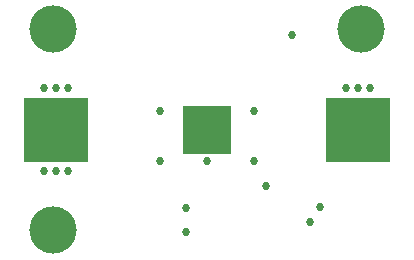
<source format=gbs>
%FSLAX33Y33*%
%MOMM*%
%AMRect-W5500000-H5500000-RO1.000*
21,1,5.5,5.5,0.,0.,180*%
%AMRect-W4000000-H4000000-RO1.000*
21,1,4.,4.,0.,0.,180*%
%ADD10C,0.68834*%
%ADD11Rect-W5500000-H5500000-RO1.000*%
%ADD12Rect-W4000000-H4000000-RO1.000*%
%ADD13C,4.*%
D10*
%LNbottom solder mask_traces*%
G01*
X12025Y8875D03*
X2200Y15000D03*
X3200Y15000D03*
X12025Y13100D03*
X19975Y8875D03*
X23200Y19550D03*
X27800Y15000D03*
X4200Y8000D03*
X24735Y3708D03*
X28800Y15000D03*
X4200Y15000D03*
X16000Y8875D03*
X14200Y2850D03*
X19975Y13100D03*
X2200Y8000D03*
X14200Y4850D03*
X25550Y5000D03*
X29800Y15000D03*
X20955Y6756D03*
X3200Y8000D03*
%LNbottom solder mask component 3bfa6d12eeac1ceb*%
D11*
X28800Y11500D03*
X3200Y11500D03*
D12*
X16000Y11500D03*
%LNbottom solder mask component f51130c770a72e1a*%
D13*
X3000Y3000D03*
%LNbottom solder mask component c199763d80fc7ed0*%
X29000Y20000D03*
%LNbottom solder mask component a6ba738d966070ac*%
X3000Y20000D03*
M02*
</source>
